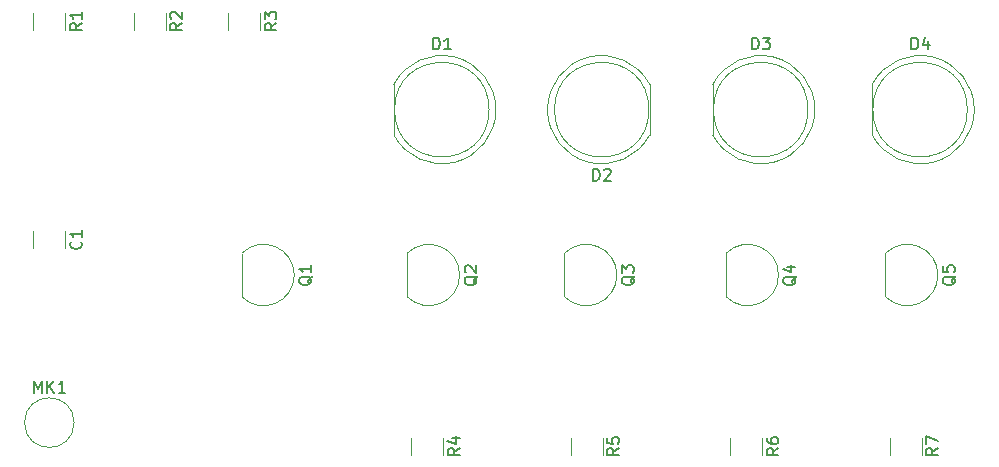
<source format=gbr>
%TF.GenerationSoftware,KiCad,Pcbnew,8.0.6*%
%TF.CreationDate,2024-11-05T10:43:43+02:00*%
%TF.ProjectId,led_control_system,6c65645f-636f-46e7-9472-6f6c5f737973,rev?*%
%TF.SameCoordinates,Original*%
%TF.FileFunction,Legend,Top*%
%TF.FilePolarity,Positive*%
%FSLAX46Y46*%
G04 Gerber Fmt 4.6, Leading zero omitted, Abs format (unit mm)*
G04 Created by KiCad (PCBNEW 8.0.6) date 2024-11-05 10:43:43*
%MOMM*%
%LPD*%
G01*
G04 APERTURE LIST*
%ADD10C,0.150000*%
%ADD11C,0.120000*%
G04 APERTURE END LIST*
D10*
X124234819Y-69166666D02*
X123758628Y-69499999D01*
X124234819Y-69738094D02*
X123234819Y-69738094D01*
X123234819Y-69738094D02*
X123234819Y-69357142D01*
X123234819Y-69357142D02*
X123282438Y-69261904D01*
X123282438Y-69261904D02*
X123330057Y-69214285D01*
X123330057Y-69214285D02*
X123425295Y-69166666D01*
X123425295Y-69166666D02*
X123568152Y-69166666D01*
X123568152Y-69166666D02*
X123663390Y-69214285D01*
X123663390Y-69214285D02*
X123711009Y-69261904D01*
X123711009Y-69261904D02*
X123758628Y-69357142D01*
X123758628Y-69357142D02*
X123758628Y-69738094D01*
X123330057Y-68785713D02*
X123282438Y-68738094D01*
X123282438Y-68738094D02*
X123234819Y-68642856D01*
X123234819Y-68642856D02*
X123234819Y-68404761D01*
X123234819Y-68404761D02*
X123282438Y-68309523D01*
X123282438Y-68309523D02*
X123330057Y-68261904D01*
X123330057Y-68261904D02*
X123425295Y-68214285D01*
X123425295Y-68214285D02*
X123520533Y-68214285D01*
X123520533Y-68214285D02*
X123663390Y-68261904D01*
X123663390Y-68261904D02*
X124234819Y-68833332D01*
X124234819Y-68833332D02*
X124234819Y-68214285D01*
X147734819Y-105166666D02*
X147258628Y-105499999D01*
X147734819Y-105738094D02*
X146734819Y-105738094D01*
X146734819Y-105738094D02*
X146734819Y-105357142D01*
X146734819Y-105357142D02*
X146782438Y-105261904D01*
X146782438Y-105261904D02*
X146830057Y-105214285D01*
X146830057Y-105214285D02*
X146925295Y-105166666D01*
X146925295Y-105166666D02*
X147068152Y-105166666D01*
X147068152Y-105166666D02*
X147163390Y-105214285D01*
X147163390Y-105214285D02*
X147211009Y-105261904D01*
X147211009Y-105261904D02*
X147258628Y-105357142D01*
X147258628Y-105357142D02*
X147258628Y-105738094D01*
X147068152Y-104309523D02*
X147734819Y-104309523D01*
X146687200Y-104547618D02*
X147401485Y-104785713D01*
X147401485Y-104785713D02*
X147401485Y-104166666D01*
X162570057Y-90595238D02*
X162522438Y-90690476D01*
X162522438Y-90690476D02*
X162427200Y-90785714D01*
X162427200Y-90785714D02*
X162284342Y-90928571D01*
X162284342Y-90928571D02*
X162236723Y-91023809D01*
X162236723Y-91023809D02*
X162236723Y-91119047D01*
X162474819Y-91071428D02*
X162427200Y-91166666D01*
X162427200Y-91166666D02*
X162331961Y-91261904D01*
X162331961Y-91261904D02*
X162141485Y-91309523D01*
X162141485Y-91309523D02*
X161808152Y-91309523D01*
X161808152Y-91309523D02*
X161617676Y-91261904D01*
X161617676Y-91261904D02*
X161522438Y-91166666D01*
X161522438Y-91166666D02*
X161474819Y-91071428D01*
X161474819Y-91071428D02*
X161474819Y-90880952D01*
X161474819Y-90880952D02*
X161522438Y-90785714D01*
X161522438Y-90785714D02*
X161617676Y-90690476D01*
X161617676Y-90690476D02*
X161808152Y-90642857D01*
X161808152Y-90642857D02*
X162141485Y-90642857D01*
X162141485Y-90642857D02*
X162331961Y-90690476D01*
X162331961Y-90690476D02*
X162427200Y-90785714D01*
X162427200Y-90785714D02*
X162474819Y-90880952D01*
X162474819Y-90880952D02*
X162474819Y-91071428D01*
X161474819Y-90309523D02*
X161474819Y-89690476D01*
X161474819Y-89690476D02*
X161855771Y-90023809D01*
X161855771Y-90023809D02*
X161855771Y-89880952D01*
X161855771Y-89880952D02*
X161903390Y-89785714D01*
X161903390Y-89785714D02*
X161951009Y-89738095D01*
X161951009Y-89738095D02*
X162046247Y-89690476D01*
X162046247Y-89690476D02*
X162284342Y-89690476D01*
X162284342Y-89690476D02*
X162379580Y-89738095D01*
X162379580Y-89738095D02*
X162427200Y-89785714D01*
X162427200Y-89785714D02*
X162474819Y-89880952D01*
X162474819Y-89880952D02*
X162474819Y-90166666D01*
X162474819Y-90166666D02*
X162427200Y-90261904D01*
X162427200Y-90261904D02*
X162379580Y-90309523D01*
X135250057Y-90595238D02*
X135202438Y-90690476D01*
X135202438Y-90690476D02*
X135107200Y-90785714D01*
X135107200Y-90785714D02*
X134964342Y-90928571D01*
X134964342Y-90928571D02*
X134916723Y-91023809D01*
X134916723Y-91023809D02*
X134916723Y-91119047D01*
X135154819Y-91071428D02*
X135107200Y-91166666D01*
X135107200Y-91166666D02*
X135011961Y-91261904D01*
X135011961Y-91261904D02*
X134821485Y-91309523D01*
X134821485Y-91309523D02*
X134488152Y-91309523D01*
X134488152Y-91309523D02*
X134297676Y-91261904D01*
X134297676Y-91261904D02*
X134202438Y-91166666D01*
X134202438Y-91166666D02*
X134154819Y-91071428D01*
X134154819Y-91071428D02*
X134154819Y-90880952D01*
X134154819Y-90880952D02*
X134202438Y-90785714D01*
X134202438Y-90785714D02*
X134297676Y-90690476D01*
X134297676Y-90690476D02*
X134488152Y-90642857D01*
X134488152Y-90642857D02*
X134821485Y-90642857D01*
X134821485Y-90642857D02*
X135011961Y-90690476D01*
X135011961Y-90690476D02*
X135107200Y-90785714D01*
X135107200Y-90785714D02*
X135154819Y-90880952D01*
X135154819Y-90880952D02*
X135154819Y-91071428D01*
X135154819Y-89690476D02*
X135154819Y-90261904D01*
X135154819Y-89976190D02*
X134154819Y-89976190D01*
X134154819Y-89976190D02*
X134297676Y-90071428D01*
X134297676Y-90071428D02*
X134392914Y-90166666D01*
X134392914Y-90166666D02*
X134440533Y-90261904D01*
X172491905Y-71394819D02*
X172491905Y-70394819D01*
X172491905Y-70394819D02*
X172730000Y-70394819D01*
X172730000Y-70394819D02*
X172872857Y-70442438D01*
X172872857Y-70442438D02*
X172968095Y-70537676D01*
X172968095Y-70537676D02*
X173015714Y-70632914D01*
X173015714Y-70632914D02*
X173063333Y-70823390D01*
X173063333Y-70823390D02*
X173063333Y-70966247D01*
X173063333Y-70966247D02*
X173015714Y-71156723D01*
X173015714Y-71156723D02*
X172968095Y-71251961D01*
X172968095Y-71251961D02*
X172872857Y-71347200D01*
X172872857Y-71347200D02*
X172730000Y-71394819D01*
X172730000Y-71394819D02*
X172491905Y-71394819D01*
X173396667Y-70394819D02*
X174015714Y-70394819D01*
X174015714Y-70394819D02*
X173682381Y-70775771D01*
X173682381Y-70775771D02*
X173825238Y-70775771D01*
X173825238Y-70775771D02*
X173920476Y-70823390D01*
X173920476Y-70823390D02*
X173968095Y-70871009D01*
X173968095Y-70871009D02*
X174015714Y-70966247D01*
X174015714Y-70966247D02*
X174015714Y-71204342D01*
X174015714Y-71204342D02*
X173968095Y-71299580D01*
X173968095Y-71299580D02*
X173920476Y-71347200D01*
X173920476Y-71347200D02*
X173825238Y-71394819D01*
X173825238Y-71394819D02*
X173539524Y-71394819D01*
X173539524Y-71394819D02*
X173444286Y-71347200D01*
X173444286Y-71347200D02*
X173396667Y-71299580D01*
X174734819Y-105166666D02*
X174258628Y-105499999D01*
X174734819Y-105738094D02*
X173734819Y-105738094D01*
X173734819Y-105738094D02*
X173734819Y-105357142D01*
X173734819Y-105357142D02*
X173782438Y-105261904D01*
X173782438Y-105261904D02*
X173830057Y-105214285D01*
X173830057Y-105214285D02*
X173925295Y-105166666D01*
X173925295Y-105166666D02*
X174068152Y-105166666D01*
X174068152Y-105166666D02*
X174163390Y-105214285D01*
X174163390Y-105214285D02*
X174211009Y-105261904D01*
X174211009Y-105261904D02*
X174258628Y-105357142D01*
X174258628Y-105357142D02*
X174258628Y-105738094D01*
X173734819Y-104309523D02*
X173734819Y-104499999D01*
X173734819Y-104499999D02*
X173782438Y-104595237D01*
X173782438Y-104595237D02*
X173830057Y-104642856D01*
X173830057Y-104642856D02*
X173972914Y-104738094D01*
X173972914Y-104738094D02*
X174163390Y-104785713D01*
X174163390Y-104785713D02*
X174544342Y-104785713D01*
X174544342Y-104785713D02*
X174639580Y-104738094D01*
X174639580Y-104738094D02*
X174687200Y-104690475D01*
X174687200Y-104690475D02*
X174734819Y-104595237D01*
X174734819Y-104595237D02*
X174734819Y-104404761D01*
X174734819Y-104404761D02*
X174687200Y-104309523D01*
X174687200Y-104309523D02*
X174639580Y-104261904D01*
X174639580Y-104261904D02*
X174544342Y-104214285D01*
X174544342Y-104214285D02*
X174306247Y-104214285D01*
X174306247Y-104214285D02*
X174211009Y-104261904D01*
X174211009Y-104261904D02*
X174163390Y-104309523D01*
X174163390Y-104309523D02*
X174115771Y-104404761D01*
X174115771Y-104404761D02*
X174115771Y-104595237D01*
X174115771Y-104595237D02*
X174163390Y-104690475D01*
X174163390Y-104690475D02*
X174211009Y-104738094D01*
X174211009Y-104738094D02*
X174306247Y-104785713D01*
X185991905Y-71394819D02*
X185991905Y-70394819D01*
X185991905Y-70394819D02*
X186230000Y-70394819D01*
X186230000Y-70394819D02*
X186372857Y-70442438D01*
X186372857Y-70442438D02*
X186468095Y-70537676D01*
X186468095Y-70537676D02*
X186515714Y-70632914D01*
X186515714Y-70632914D02*
X186563333Y-70823390D01*
X186563333Y-70823390D02*
X186563333Y-70966247D01*
X186563333Y-70966247D02*
X186515714Y-71156723D01*
X186515714Y-71156723D02*
X186468095Y-71251961D01*
X186468095Y-71251961D02*
X186372857Y-71347200D01*
X186372857Y-71347200D02*
X186230000Y-71394819D01*
X186230000Y-71394819D02*
X185991905Y-71394819D01*
X187420476Y-70728152D02*
X187420476Y-71394819D01*
X187182381Y-70347200D02*
X186944286Y-71061485D01*
X186944286Y-71061485D02*
X187563333Y-71061485D01*
X145491905Y-71394819D02*
X145491905Y-70394819D01*
X145491905Y-70394819D02*
X145730000Y-70394819D01*
X145730000Y-70394819D02*
X145872857Y-70442438D01*
X145872857Y-70442438D02*
X145968095Y-70537676D01*
X145968095Y-70537676D02*
X146015714Y-70632914D01*
X146015714Y-70632914D02*
X146063333Y-70823390D01*
X146063333Y-70823390D02*
X146063333Y-70966247D01*
X146063333Y-70966247D02*
X146015714Y-71156723D01*
X146015714Y-71156723D02*
X145968095Y-71251961D01*
X145968095Y-71251961D02*
X145872857Y-71347200D01*
X145872857Y-71347200D02*
X145730000Y-71394819D01*
X145730000Y-71394819D02*
X145491905Y-71394819D01*
X147015714Y-71394819D02*
X146444286Y-71394819D01*
X146730000Y-71394819D02*
X146730000Y-70394819D01*
X146730000Y-70394819D02*
X146634762Y-70537676D01*
X146634762Y-70537676D02*
X146539524Y-70632914D01*
X146539524Y-70632914D02*
X146444286Y-70680533D01*
X176250057Y-90595238D02*
X176202438Y-90690476D01*
X176202438Y-90690476D02*
X176107200Y-90785714D01*
X176107200Y-90785714D02*
X175964342Y-90928571D01*
X175964342Y-90928571D02*
X175916723Y-91023809D01*
X175916723Y-91023809D02*
X175916723Y-91119047D01*
X176154819Y-91071428D02*
X176107200Y-91166666D01*
X176107200Y-91166666D02*
X176011961Y-91261904D01*
X176011961Y-91261904D02*
X175821485Y-91309523D01*
X175821485Y-91309523D02*
X175488152Y-91309523D01*
X175488152Y-91309523D02*
X175297676Y-91261904D01*
X175297676Y-91261904D02*
X175202438Y-91166666D01*
X175202438Y-91166666D02*
X175154819Y-91071428D01*
X175154819Y-91071428D02*
X175154819Y-90880952D01*
X175154819Y-90880952D02*
X175202438Y-90785714D01*
X175202438Y-90785714D02*
X175297676Y-90690476D01*
X175297676Y-90690476D02*
X175488152Y-90642857D01*
X175488152Y-90642857D02*
X175821485Y-90642857D01*
X175821485Y-90642857D02*
X176011961Y-90690476D01*
X176011961Y-90690476D02*
X176107200Y-90785714D01*
X176107200Y-90785714D02*
X176154819Y-90880952D01*
X176154819Y-90880952D02*
X176154819Y-91071428D01*
X175488152Y-89785714D02*
X176154819Y-89785714D01*
X175107200Y-90023809D02*
X175821485Y-90261904D01*
X175821485Y-90261904D02*
X175821485Y-89642857D01*
X115734819Y-69166666D02*
X115258628Y-69499999D01*
X115734819Y-69738094D02*
X114734819Y-69738094D01*
X114734819Y-69738094D02*
X114734819Y-69357142D01*
X114734819Y-69357142D02*
X114782438Y-69261904D01*
X114782438Y-69261904D02*
X114830057Y-69214285D01*
X114830057Y-69214285D02*
X114925295Y-69166666D01*
X114925295Y-69166666D02*
X115068152Y-69166666D01*
X115068152Y-69166666D02*
X115163390Y-69214285D01*
X115163390Y-69214285D02*
X115211009Y-69261904D01*
X115211009Y-69261904D02*
X115258628Y-69357142D01*
X115258628Y-69357142D02*
X115258628Y-69738094D01*
X115734819Y-68214285D02*
X115734819Y-68785713D01*
X115734819Y-68499999D02*
X114734819Y-68499999D01*
X114734819Y-68499999D02*
X114877676Y-68595237D01*
X114877676Y-68595237D02*
X114972914Y-68690475D01*
X114972914Y-68690475D02*
X115020533Y-68785713D01*
X161234819Y-105166666D02*
X160758628Y-105499999D01*
X161234819Y-105738094D02*
X160234819Y-105738094D01*
X160234819Y-105738094D02*
X160234819Y-105357142D01*
X160234819Y-105357142D02*
X160282438Y-105261904D01*
X160282438Y-105261904D02*
X160330057Y-105214285D01*
X160330057Y-105214285D02*
X160425295Y-105166666D01*
X160425295Y-105166666D02*
X160568152Y-105166666D01*
X160568152Y-105166666D02*
X160663390Y-105214285D01*
X160663390Y-105214285D02*
X160711009Y-105261904D01*
X160711009Y-105261904D02*
X160758628Y-105357142D01*
X160758628Y-105357142D02*
X160758628Y-105738094D01*
X160234819Y-104261904D02*
X160234819Y-104738094D01*
X160234819Y-104738094D02*
X160711009Y-104785713D01*
X160711009Y-104785713D02*
X160663390Y-104738094D01*
X160663390Y-104738094D02*
X160615771Y-104642856D01*
X160615771Y-104642856D02*
X160615771Y-104404761D01*
X160615771Y-104404761D02*
X160663390Y-104309523D01*
X160663390Y-104309523D02*
X160711009Y-104261904D01*
X160711009Y-104261904D02*
X160806247Y-104214285D01*
X160806247Y-104214285D02*
X161044342Y-104214285D01*
X161044342Y-104214285D02*
X161139580Y-104261904D01*
X161139580Y-104261904D02*
X161187200Y-104309523D01*
X161187200Y-104309523D02*
X161234819Y-104404761D01*
X161234819Y-104404761D02*
X161234819Y-104642856D01*
X161234819Y-104642856D02*
X161187200Y-104738094D01*
X161187200Y-104738094D02*
X161139580Y-104785713D01*
X189750057Y-90595238D02*
X189702438Y-90690476D01*
X189702438Y-90690476D02*
X189607200Y-90785714D01*
X189607200Y-90785714D02*
X189464342Y-90928571D01*
X189464342Y-90928571D02*
X189416723Y-91023809D01*
X189416723Y-91023809D02*
X189416723Y-91119047D01*
X189654819Y-91071428D02*
X189607200Y-91166666D01*
X189607200Y-91166666D02*
X189511961Y-91261904D01*
X189511961Y-91261904D02*
X189321485Y-91309523D01*
X189321485Y-91309523D02*
X188988152Y-91309523D01*
X188988152Y-91309523D02*
X188797676Y-91261904D01*
X188797676Y-91261904D02*
X188702438Y-91166666D01*
X188702438Y-91166666D02*
X188654819Y-91071428D01*
X188654819Y-91071428D02*
X188654819Y-90880952D01*
X188654819Y-90880952D02*
X188702438Y-90785714D01*
X188702438Y-90785714D02*
X188797676Y-90690476D01*
X188797676Y-90690476D02*
X188988152Y-90642857D01*
X188988152Y-90642857D02*
X189321485Y-90642857D01*
X189321485Y-90642857D02*
X189511961Y-90690476D01*
X189511961Y-90690476D02*
X189607200Y-90785714D01*
X189607200Y-90785714D02*
X189654819Y-90880952D01*
X189654819Y-90880952D02*
X189654819Y-91071428D01*
X188654819Y-89738095D02*
X188654819Y-90214285D01*
X188654819Y-90214285D02*
X189131009Y-90261904D01*
X189131009Y-90261904D02*
X189083390Y-90214285D01*
X189083390Y-90214285D02*
X189035771Y-90119047D01*
X189035771Y-90119047D02*
X189035771Y-89880952D01*
X189035771Y-89880952D02*
X189083390Y-89785714D01*
X189083390Y-89785714D02*
X189131009Y-89738095D01*
X189131009Y-89738095D02*
X189226247Y-89690476D01*
X189226247Y-89690476D02*
X189464342Y-89690476D01*
X189464342Y-89690476D02*
X189559580Y-89738095D01*
X189559580Y-89738095D02*
X189607200Y-89785714D01*
X189607200Y-89785714D02*
X189654819Y-89880952D01*
X189654819Y-89880952D02*
X189654819Y-90119047D01*
X189654819Y-90119047D02*
X189607200Y-90214285D01*
X189607200Y-90214285D02*
X189559580Y-90261904D01*
X115659580Y-87666666D02*
X115707200Y-87714285D01*
X115707200Y-87714285D02*
X115754819Y-87857142D01*
X115754819Y-87857142D02*
X115754819Y-87952380D01*
X115754819Y-87952380D02*
X115707200Y-88095237D01*
X115707200Y-88095237D02*
X115611961Y-88190475D01*
X115611961Y-88190475D02*
X115516723Y-88238094D01*
X115516723Y-88238094D02*
X115326247Y-88285713D01*
X115326247Y-88285713D02*
X115183390Y-88285713D01*
X115183390Y-88285713D02*
X114992914Y-88238094D01*
X114992914Y-88238094D02*
X114897676Y-88190475D01*
X114897676Y-88190475D02*
X114802438Y-88095237D01*
X114802438Y-88095237D02*
X114754819Y-87952380D01*
X114754819Y-87952380D02*
X114754819Y-87857142D01*
X114754819Y-87857142D02*
X114802438Y-87714285D01*
X114802438Y-87714285D02*
X114850057Y-87666666D01*
X115754819Y-86714285D02*
X115754819Y-87285713D01*
X115754819Y-86999999D02*
X114754819Y-86999999D01*
X114754819Y-86999999D02*
X114897676Y-87095237D01*
X114897676Y-87095237D02*
X114992914Y-87190475D01*
X114992914Y-87190475D02*
X115040533Y-87285713D01*
X132234819Y-69166666D02*
X131758628Y-69499999D01*
X132234819Y-69738094D02*
X131234819Y-69738094D01*
X131234819Y-69738094D02*
X131234819Y-69357142D01*
X131234819Y-69357142D02*
X131282438Y-69261904D01*
X131282438Y-69261904D02*
X131330057Y-69214285D01*
X131330057Y-69214285D02*
X131425295Y-69166666D01*
X131425295Y-69166666D02*
X131568152Y-69166666D01*
X131568152Y-69166666D02*
X131663390Y-69214285D01*
X131663390Y-69214285D02*
X131711009Y-69261904D01*
X131711009Y-69261904D02*
X131758628Y-69357142D01*
X131758628Y-69357142D02*
X131758628Y-69738094D01*
X131234819Y-68833332D02*
X131234819Y-68214285D01*
X131234819Y-68214285D02*
X131615771Y-68547618D01*
X131615771Y-68547618D02*
X131615771Y-68404761D01*
X131615771Y-68404761D02*
X131663390Y-68309523D01*
X131663390Y-68309523D02*
X131711009Y-68261904D01*
X131711009Y-68261904D02*
X131806247Y-68214285D01*
X131806247Y-68214285D02*
X132044342Y-68214285D01*
X132044342Y-68214285D02*
X132139580Y-68261904D01*
X132139580Y-68261904D02*
X132187200Y-68309523D01*
X132187200Y-68309523D02*
X132234819Y-68404761D01*
X132234819Y-68404761D02*
X132234819Y-68690475D01*
X132234819Y-68690475D02*
X132187200Y-68785713D01*
X132187200Y-68785713D02*
X132139580Y-68833332D01*
X159031905Y-82514819D02*
X159031905Y-81514819D01*
X159031905Y-81514819D02*
X159270000Y-81514819D01*
X159270000Y-81514819D02*
X159412857Y-81562438D01*
X159412857Y-81562438D02*
X159508095Y-81657676D01*
X159508095Y-81657676D02*
X159555714Y-81752914D01*
X159555714Y-81752914D02*
X159603333Y-81943390D01*
X159603333Y-81943390D02*
X159603333Y-82086247D01*
X159603333Y-82086247D02*
X159555714Y-82276723D01*
X159555714Y-82276723D02*
X159508095Y-82371961D01*
X159508095Y-82371961D02*
X159412857Y-82467200D01*
X159412857Y-82467200D02*
X159270000Y-82514819D01*
X159270000Y-82514819D02*
X159031905Y-82514819D01*
X159984286Y-81610057D02*
X160031905Y-81562438D01*
X160031905Y-81562438D02*
X160127143Y-81514819D01*
X160127143Y-81514819D02*
X160365238Y-81514819D01*
X160365238Y-81514819D02*
X160460476Y-81562438D01*
X160460476Y-81562438D02*
X160508095Y-81610057D01*
X160508095Y-81610057D02*
X160555714Y-81705295D01*
X160555714Y-81705295D02*
X160555714Y-81800533D01*
X160555714Y-81800533D02*
X160508095Y-81943390D01*
X160508095Y-81943390D02*
X159936667Y-82514819D01*
X159936667Y-82514819D02*
X160555714Y-82514819D01*
X111690476Y-100454819D02*
X111690476Y-99454819D01*
X111690476Y-99454819D02*
X112023809Y-100169104D01*
X112023809Y-100169104D02*
X112357142Y-99454819D01*
X112357142Y-99454819D02*
X112357142Y-100454819D01*
X112833333Y-100454819D02*
X112833333Y-99454819D01*
X113404761Y-100454819D02*
X112976190Y-99883390D01*
X113404761Y-99454819D02*
X112833333Y-100026247D01*
X114357142Y-100454819D02*
X113785714Y-100454819D01*
X114071428Y-100454819D02*
X114071428Y-99454819D01*
X114071428Y-99454819D02*
X113976190Y-99597676D01*
X113976190Y-99597676D02*
X113880952Y-99692914D01*
X113880952Y-99692914D02*
X113785714Y-99740533D01*
X188234819Y-105166666D02*
X187758628Y-105499999D01*
X188234819Y-105738094D02*
X187234819Y-105738094D01*
X187234819Y-105738094D02*
X187234819Y-105357142D01*
X187234819Y-105357142D02*
X187282438Y-105261904D01*
X187282438Y-105261904D02*
X187330057Y-105214285D01*
X187330057Y-105214285D02*
X187425295Y-105166666D01*
X187425295Y-105166666D02*
X187568152Y-105166666D01*
X187568152Y-105166666D02*
X187663390Y-105214285D01*
X187663390Y-105214285D02*
X187711009Y-105261904D01*
X187711009Y-105261904D02*
X187758628Y-105357142D01*
X187758628Y-105357142D02*
X187758628Y-105738094D01*
X187234819Y-104833332D02*
X187234819Y-104166666D01*
X187234819Y-104166666D02*
X188234819Y-104595237D01*
X149250057Y-90595238D02*
X149202438Y-90690476D01*
X149202438Y-90690476D02*
X149107200Y-90785714D01*
X149107200Y-90785714D02*
X148964342Y-90928571D01*
X148964342Y-90928571D02*
X148916723Y-91023809D01*
X148916723Y-91023809D02*
X148916723Y-91119047D01*
X149154819Y-91071428D02*
X149107200Y-91166666D01*
X149107200Y-91166666D02*
X149011961Y-91261904D01*
X149011961Y-91261904D02*
X148821485Y-91309523D01*
X148821485Y-91309523D02*
X148488152Y-91309523D01*
X148488152Y-91309523D02*
X148297676Y-91261904D01*
X148297676Y-91261904D02*
X148202438Y-91166666D01*
X148202438Y-91166666D02*
X148154819Y-91071428D01*
X148154819Y-91071428D02*
X148154819Y-90880952D01*
X148154819Y-90880952D02*
X148202438Y-90785714D01*
X148202438Y-90785714D02*
X148297676Y-90690476D01*
X148297676Y-90690476D02*
X148488152Y-90642857D01*
X148488152Y-90642857D02*
X148821485Y-90642857D01*
X148821485Y-90642857D02*
X149011961Y-90690476D01*
X149011961Y-90690476D02*
X149107200Y-90785714D01*
X149107200Y-90785714D02*
X149154819Y-90880952D01*
X149154819Y-90880952D02*
X149154819Y-91071428D01*
X148250057Y-90261904D02*
X148202438Y-90214285D01*
X148202438Y-90214285D02*
X148154819Y-90119047D01*
X148154819Y-90119047D02*
X148154819Y-89880952D01*
X148154819Y-89880952D02*
X148202438Y-89785714D01*
X148202438Y-89785714D02*
X148250057Y-89738095D01*
X148250057Y-89738095D02*
X148345295Y-89690476D01*
X148345295Y-89690476D02*
X148440533Y-89690476D01*
X148440533Y-89690476D02*
X148583390Y-89738095D01*
X148583390Y-89738095D02*
X149154819Y-90309523D01*
X149154819Y-90309523D02*
X149154819Y-89690476D01*
D11*
%TO.C,R2*%
X120145000Y-68276263D02*
X120145000Y-69723737D01*
X122855000Y-68276263D02*
X122855000Y-69723737D01*
%TO.C,R4*%
X143645000Y-104276263D02*
X143645000Y-105723737D01*
X146355000Y-104276263D02*
X146355000Y-105723737D01*
%TO.C,Q3*%
X156610000Y-88700000D02*
X156610000Y-92300000D01*
X156621522Y-88661522D02*
G75*
G02*
X161060001Y-90500000I1838478J-1838478D01*
G01*
X161060000Y-90500000D02*
G75*
G02*
X156621522Y-92338478I-2600000J0D01*
G01*
%TO.C,Q1*%
X129290000Y-88700000D02*
X129290000Y-92300000D01*
X129301522Y-88661522D02*
G75*
G02*
X133740001Y-90500000I1838478J-1838478D01*
G01*
X133740000Y-90500000D02*
G75*
G02*
X129301522Y-92338478I-2600000J0D01*
G01*
%TO.C,D3*%
X169170000Y-74358000D02*
X169170000Y-78642000D01*
X169170000Y-74358855D02*
G75*
G02*
X177820000Y-76500486I4060000J-2141145D01*
G01*
X177820000Y-76499514D02*
G75*
G02*
X169170000Y-78641145I-4590000J-486D01*
G01*
X177230000Y-76500000D02*
G75*
G02*
X169230000Y-76500000I-4000000J0D01*
G01*
X169230000Y-76500000D02*
G75*
G02*
X177230000Y-76500000I4000000J0D01*
G01*
%TO.C,R6*%
X170645000Y-104276263D02*
X170645000Y-105723737D01*
X173355000Y-104276263D02*
X173355000Y-105723737D01*
%TO.C,D4*%
X182670000Y-74358000D02*
X182670000Y-78642000D01*
X182670000Y-74358855D02*
G75*
G02*
X191320000Y-76500486I4060000J-2141145D01*
G01*
X191320000Y-76499514D02*
G75*
G02*
X182670000Y-78641145I-4590000J-486D01*
G01*
X190730000Y-76500000D02*
G75*
G02*
X182730000Y-76500000I-4000000J0D01*
G01*
X182730000Y-76500000D02*
G75*
G02*
X190730000Y-76500000I4000000J0D01*
G01*
%TO.C,D1*%
X142170000Y-74358000D02*
X142170000Y-78642000D01*
X142170000Y-74358855D02*
G75*
G02*
X150820000Y-76500486I4060000J-2141145D01*
G01*
X150820000Y-76499514D02*
G75*
G02*
X142170000Y-78641145I-4590000J-486D01*
G01*
X150230000Y-76500000D02*
G75*
G02*
X142230000Y-76500000I-4000000J0D01*
G01*
X142230000Y-76500000D02*
G75*
G02*
X150230000Y-76500000I4000000J0D01*
G01*
%TO.C,Q4*%
X170290000Y-88700000D02*
X170290000Y-92300000D01*
X170301522Y-88661522D02*
G75*
G02*
X174740001Y-90500000I1838478J-1838478D01*
G01*
X174740000Y-90500000D02*
G75*
G02*
X170301522Y-92338478I-2600000J0D01*
G01*
%TO.C,R1*%
X111645000Y-68276263D02*
X111645000Y-69723737D01*
X114355000Y-68276263D02*
X114355000Y-69723737D01*
%TO.C,R5*%
X157145000Y-104276263D02*
X157145000Y-105723737D01*
X159855000Y-104276263D02*
X159855000Y-105723737D01*
%TO.C,Q5*%
X183790000Y-88700000D02*
X183790000Y-92300000D01*
X183801522Y-88661522D02*
G75*
G02*
X188240001Y-90500000I1838478J-1838478D01*
G01*
X188240000Y-90500000D02*
G75*
G02*
X183801522Y-92338478I-2600000J0D01*
G01*
%TO.C,C1*%
X111640000Y-86788748D02*
X111640000Y-88211252D01*
X114360000Y-86788748D02*
X114360000Y-88211252D01*
%TO.C,R3*%
X128145000Y-68276263D02*
X128145000Y-69723737D01*
X130855000Y-68276263D02*
X130855000Y-69723737D01*
%TO.C,D2*%
X163830000Y-78642000D02*
X163830000Y-74358000D01*
X155180000Y-76500486D02*
G75*
G02*
X163830000Y-74358855I4590000J486D01*
G01*
X163830000Y-78641145D02*
G75*
G02*
X155180000Y-76499514I-4060000J2141145D01*
G01*
X163770000Y-76500000D02*
G75*
G02*
X155770000Y-76500000I-4000000J0D01*
G01*
X155770000Y-76500000D02*
G75*
G02*
X163770000Y-76500000I4000000J0D01*
G01*
%TO.C,MK1*%
X115100000Y-103000000D02*
G75*
G02*
X110900000Y-103000000I-2100000J0D01*
G01*
X110900000Y-103000000D02*
G75*
G02*
X115100000Y-103000000I2100000J0D01*
G01*
%TO.C,R7*%
X184145000Y-104276263D02*
X184145000Y-105723737D01*
X186855000Y-104276263D02*
X186855000Y-105723737D01*
%TO.C,Q2*%
X143290000Y-88700000D02*
X143290000Y-92300000D01*
X143301522Y-88661522D02*
G75*
G02*
X147740001Y-90500000I1838478J-1838478D01*
G01*
X147740000Y-90500000D02*
G75*
G02*
X143301522Y-92338478I-2600000J0D01*
G01*
%TD*%
M02*

</source>
